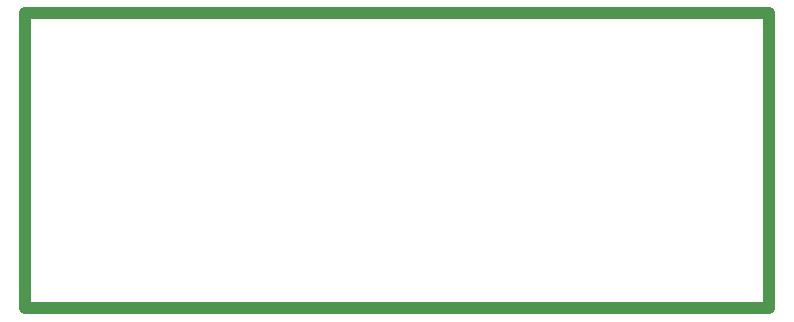
<source format=gbr>
%TF.GenerationSoftware,KiCad,Pcbnew,(5.1.8)-1*%
%TF.CreationDate,2020-11-27T18:17:46-07:00*%
%TF.ProjectId,FieldSensorYSO,4669656c-6453-4656-9e73-6f7259534f2e,1*%
%TF.SameCoordinates,Original*%
%TF.FileFunction,Profile,NP*%
%FSLAX46Y46*%
G04 Gerber Fmt 4.6, Leading zero omitted, Abs format (unit mm)*
G04 Created by KiCad (PCBNEW (5.1.8)-1) date 2020-11-27 18:17:46*
%MOMM*%
%LPD*%
G01*
G04 APERTURE LIST*
%TA.AperFunction,Profile*%
%ADD10C,1.000000*%
%TD*%
G04 APERTURE END LIST*
D10*
X153000000Y-115000000D02*
X90000000Y-115000000D01*
X153000000Y-90000000D02*
X153000000Y-115000000D01*
X90000000Y-90000000D02*
X153000000Y-90000000D01*
X90000000Y-115000000D02*
X90000000Y-90000000D01*
M02*

</source>
